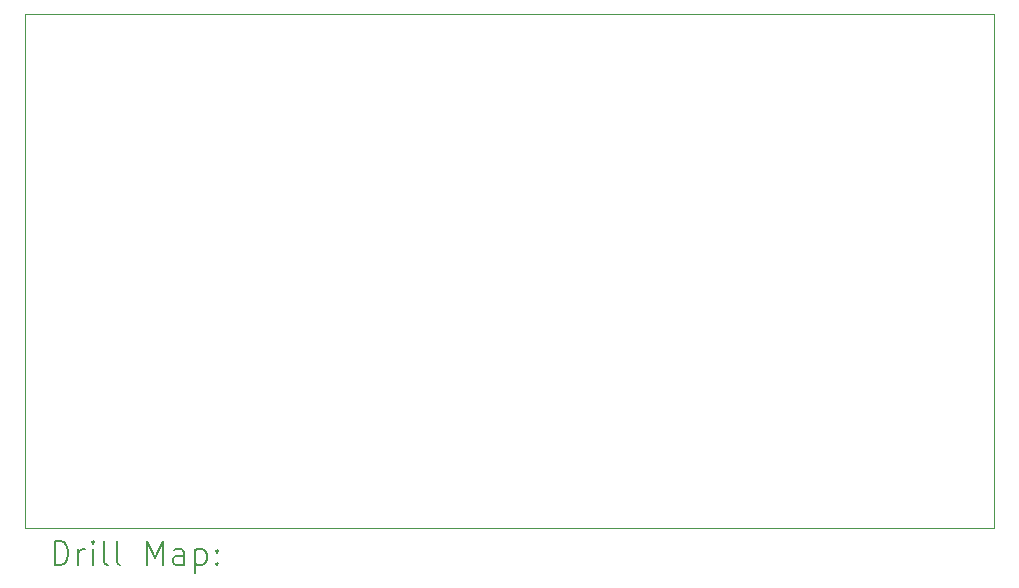
<source format=gbr>
%TF.GenerationSoftware,KiCad,Pcbnew,6.0.9-8da3e8f707~116~ubuntu20.04.1*%
%TF.CreationDate,2022-11-05T19:21:02+00:00*%
%TF.ProjectId,slrm,736c726d-2e6b-4696-9361-645f70636258,rev?*%
%TF.SameCoordinates,Original*%
%TF.FileFunction,Drillmap*%
%TF.FilePolarity,Positive*%
%FSLAX45Y45*%
G04 Gerber Fmt 4.5, Leading zero omitted, Abs format (unit mm)*
G04 Created by KiCad (PCBNEW 6.0.9-8da3e8f707~116~ubuntu20.04.1) date 2022-11-05 19:21:02*
%MOMM*%
%LPD*%
G01*
G04 APERTURE LIST*
%ADD10C,0.100000*%
%ADD11C,0.200000*%
G04 APERTURE END LIST*
D10*
X10873569Y-7792145D02*
X19078802Y-7792145D01*
X19078802Y-7792145D02*
X19078802Y-12140810D01*
X19078802Y-12140810D02*
X10873569Y-12140810D01*
X10873569Y-12140810D02*
X10873569Y-7792145D01*
D11*
X11126188Y-12456286D02*
X11126188Y-12256286D01*
X11173807Y-12256286D01*
X11202379Y-12265810D01*
X11221426Y-12284857D01*
X11230950Y-12303905D01*
X11240474Y-12342000D01*
X11240474Y-12370571D01*
X11230950Y-12408667D01*
X11221426Y-12427714D01*
X11202379Y-12446762D01*
X11173807Y-12456286D01*
X11126188Y-12456286D01*
X11326188Y-12456286D02*
X11326188Y-12322952D01*
X11326188Y-12361048D02*
X11335712Y-12342000D01*
X11345236Y-12332476D01*
X11364284Y-12322952D01*
X11383331Y-12322952D01*
X11449998Y-12456286D02*
X11449998Y-12322952D01*
X11449998Y-12256286D02*
X11440474Y-12265810D01*
X11449998Y-12275333D01*
X11459522Y-12265810D01*
X11449998Y-12256286D01*
X11449998Y-12275333D01*
X11573807Y-12456286D02*
X11554760Y-12446762D01*
X11545236Y-12427714D01*
X11545236Y-12256286D01*
X11678569Y-12456286D02*
X11659522Y-12446762D01*
X11649998Y-12427714D01*
X11649998Y-12256286D01*
X11907141Y-12456286D02*
X11907141Y-12256286D01*
X11973807Y-12399143D01*
X12040474Y-12256286D01*
X12040474Y-12456286D01*
X12221426Y-12456286D02*
X12221426Y-12351524D01*
X12211903Y-12332476D01*
X12192855Y-12322952D01*
X12154760Y-12322952D01*
X12135712Y-12332476D01*
X12221426Y-12446762D02*
X12202379Y-12456286D01*
X12154760Y-12456286D01*
X12135712Y-12446762D01*
X12126188Y-12427714D01*
X12126188Y-12408667D01*
X12135712Y-12389619D01*
X12154760Y-12380095D01*
X12202379Y-12380095D01*
X12221426Y-12370571D01*
X12316665Y-12322952D02*
X12316665Y-12522952D01*
X12316665Y-12332476D02*
X12335712Y-12322952D01*
X12373807Y-12322952D01*
X12392855Y-12332476D01*
X12402379Y-12342000D01*
X12411903Y-12361048D01*
X12411903Y-12418190D01*
X12402379Y-12437238D01*
X12392855Y-12446762D01*
X12373807Y-12456286D01*
X12335712Y-12456286D01*
X12316665Y-12446762D01*
X12497617Y-12437238D02*
X12507141Y-12446762D01*
X12497617Y-12456286D01*
X12488093Y-12446762D01*
X12497617Y-12437238D01*
X12497617Y-12456286D01*
X12497617Y-12332476D02*
X12507141Y-12342000D01*
X12497617Y-12351524D01*
X12488093Y-12342000D01*
X12497617Y-12332476D01*
X12497617Y-12351524D01*
M02*

</source>
